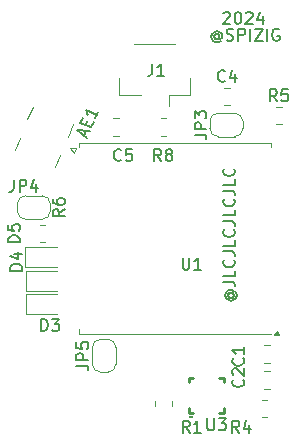
<source format=gbr>
%TF.GenerationSoftware,KiCad,Pcbnew,8.0.1*%
%TF.CreationDate,2024-04-01T21:43:51+02:00*%
%TF.ProjectId,SenseLoraCAM,53656e73-654c-46f7-9261-43414d2e6b69,rev?*%
%TF.SameCoordinates,Original*%
%TF.FileFunction,Legend,Top*%
%TF.FilePolarity,Positive*%
%FSLAX46Y46*%
G04 Gerber Fmt 4.6, Leading zero omitted, Abs format (unit mm)*
G04 Created by KiCad (PCBNEW 8.0.1) date 2024-04-01 21:43:51*
%MOMM*%
%LPD*%
G01*
G04 APERTURE LIST*
%ADD10C,0.150000*%
%ADD11C,0.120000*%
%ADD12C,0.254000*%
G04 APERTURE END LIST*
D10*
X114793628Y-86044173D02*
X114746009Y-86091792D01*
X114746009Y-86091792D02*
X114698390Y-86187030D01*
X114698390Y-86187030D02*
X114698390Y-86282268D01*
X114698390Y-86282268D02*
X114746009Y-86377506D01*
X114746009Y-86377506D02*
X114793628Y-86425125D01*
X114793628Y-86425125D02*
X114888866Y-86472744D01*
X114888866Y-86472744D02*
X114984104Y-86472744D01*
X114984104Y-86472744D02*
X115079342Y-86425125D01*
X115079342Y-86425125D02*
X115126961Y-86377506D01*
X115126961Y-86377506D02*
X115174580Y-86282268D01*
X115174580Y-86282268D02*
X115174580Y-86187030D01*
X115174580Y-86187030D02*
X115126961Y-86091792D01*
X115126961Y-86091792D02*
X115079342Y-86044173D01*
X114698390Y-86044173D02*
X115079342Y-86044173D01*
X115079342Y-86044173D02*
X115126961Y-85996554D01*
X115126961Y-85996554D02*
X115126961Y-85948935D01*
X115126961Y-85948935D02*
X115079342Y-85853696D01*
X115079342Y-85853696D02*
X114984104Y-85806077D01*
X114984104Y-85806077D02*
X114746009Y-85806077D01*
X114746009Y-85806077D02*
X114603152Y-85901316D01*
X114603152Y-85901316D02*
X114507914Y-86044173D01*
X114507914Y-86044173D02*
X114460295Y-86234649D01*
X114460295Y-86234649D02*
X114507914Y-86425125D01*
X114507914Y-86425125D02*
X114603152Y-86567982D01*
X114603152Y-86567982D02*
X114746009Y-86663220D01*
X114746009Y-86663220D02*
X114936485Y-86710839D01*
X114936485Y-86710839D02*
X115126961Y-86663220D01*
X115126961Y-86663220D02*
X115269819Y-86567982D01*
X115269819Y-86567982D02*
X115365057Y-86425125D01*
X115365057Y-86425125D02*
X115412676Y-86234649D01*
X115412676Y-86234649D02*
X115365057Y-86044173D01*
X115365057Y-86044173D02*
X115269819Y-85901316D01*
X114269819Y-85091792D02*
X114984104Y-85091792D01*
X114984104Y-85091792D02*
X115126961Y-85139411D01*
X115126961Y-85139411D02*
X115222200Y-85234649D01*
X115222200Y-85234649D02*
X115269819Y-85377506D01*
X115269819Y-85377506D02*
X115269819Y-85472744D01*
X115269819Y-84139411D02*
X115269819Y-84615601D01*
X115269819Y-84615601D02*
X114269819Y-84615601D01*
X115174580Y-83234649D02*
X115222200Y-83282268D01*
X115222200Y-83282268D02*
X115269819Y-83425125D01*
X115269819Y-83425125D02*
X115269819Y-83520363D01*
X115269819Y-83520363D02*
X115222200Y-83663220D01*
X115222200Y-83663220D02*
X115126961Y-83758458D01*
X115126961Y-83758458D02*
X115031723Y-83806077D01*
X115031723Y-83806077D02*
X114841247Y-83853696D01*
X114841247Y-83853696D02*
X114698390Y-83853696D01*
X114698390Y-83853696D02*
X114507914Y-83806077D01*
X114507914Y-83806077D02*
X114412676Y-83758458D01*
X114412676Y-83758458D02*
X114317438Y-83663220D01*
X114317438Y-83663220D02*
X114269819Y-83520363D01*
X114269819Y-83520363D02*
X114269819Y-83425125D01*
X114269819Y-83425125D02*
X114317438Y-83282268D01*
X114317438Y-83282268D02*
X114365057Y-83234649D01*
X114269819Y-82520363D02*
X114984104Y-82520363D01*
X114984104Y-82520363D02*
X115126961Y-82567982D01*
X115126961Y-82567982D02*
X115222200Y-82663220D01*
X115222200Y-82663220D02*
X115269819Y-82806077D01*
X115269819Y-82806077D02*
X115269819Y-82901315D01*
X115269819Y-81567982D02*
X115269819Y-82044172D01*
X115269819Y-82044172D02*
X114269819Y-82044172D01*
X115174580Y-80663220D02*
X115222200Y-80710839D01*
X115222200Y-80710839D02*
X115269819Y-80853696D01*
X115269819Y-80853696D02*
X115269819Y-80948934D01*
X115269819Y-80948934D02*
X115222200Y-81091791D01*
X115222200Y-81091791D02*
X115126961Y-81187029D01*
X115126961Y-81187029D02*
X115031723Y-81234648D01*
X115031723Y-81234648D02*
X114841247Y-81282267D01*
X114841247Y-81282267D02*
X114698390Y-81282267D01*
X114698390Y-81282267D02*
X114507914Y-81234648D01*
X114507914Y-81234648D02*
X114412676Y-81187029D01*
X114412676Y-81187029D02*
X114317438Y-81091791D01*
X114317438Y-81091791D02*
X114269819Y-80948934D01*
X114269819Y-80948934D02*
X114269819Y-80853696D01*
X114269819Y-80853696D02*
X114317438Y-80710839D01*
X114317438Y-80710839D02*
X114365057Y-80663220D01*
X114269819Y-79948934D02*
X114984104Y-79948934D01*
X114984104Y-79948934D02*
X115126961Y-79996553D01*
X115126961Y-79996553D02*
X115222200Y-80091791D01*
X115222200Y-80091791D02*
X115269819Y-80234648D01*
X115269819Y-80234648D02*
X115269819Y-80329886D01*
X115269819Y-78996553D02*
X115269819Y-79472743D01*
X115269819Y-79472743D02*
X114269819Y-79472743D01*
X115174580Y-78091791D02*
X115222200Y-78139410D01*
X115222200Y-78139410D02*
X115269819Y-78282267D01*
X115269819Y-78282267D02*
X115269819Y-78377505D01*
X115269819Y-78377505D02*
X115222200Y-78520362D01*
X115222200Y-78520362D02*
X115126961Y-78615600D01*
X115126961Y-78615600D02*
X115031723Y-78663219D01*
X115031723Y-78663219D02*
X114841247Y-78710838D01*
X114841247Y-78710838D02*
X114698390Y-78710838D01*
X114698390Y-78710838D02*
X114507914Y-78663219D01*
X114507914Y-78663219D02*
X114412676Y-78615600D01*
X114412676Y-78615600D02*
X114317438Y-78520362D01*
X114317438Y-78520362D02*
X114269819Y-78377505D01*
X114269819Y-78377505D02*
X114269819Y-78282267D01*
X114269819Y-78282267D02*
X114317438Y-78139410D01*
X114317438Y-78139410D02*
X114365057Y-78091791D01*
X114269819Y-77377505D02*
X114984104Y-77377505D01*
X114984104Y-77377505D02*
X115126961Y-77425124D01*
X115126961Y-77425124D02*
X115222200Y-77520362D01*
X115222200Y-77520362D02*
X115269819Y-77663219D01*
X115269819Y-77663219D02*
X115269819Y-77758457D01*
X115269819Y-76425124D02*
X115269819Y-76901314D01*
X115269819Y-76901314D02*
X114269819Y-76901314D01*
X115174580Y-75520362D02*
X115222200Y-75567981D01*
X115222200Y-75567981D02*
X115269819Y-75710838D01*
X115269819Y-75710838D02*
X115269819Y-75806076D01*
X115269819Y-75806076D02*
X115222200Y-75948933D01*
X115222200Y-75948933D02*
X115126961Y-76044171D01*
X115126961Y-76044171D02*
X115031723Y-76091790D01*
X115031723Y-76091790D02*
X114841247Y-76139409D01*
X114841247Y-76139409D02*
X114698390Y-76139409D01*
X114698390Y-76139409D02*
X114507914Y-76091790D01*
X114507914Y-76091790D02*
X114412676Y-76044171D01*
X114412676Y-76044171D02*
X114317438Y-75948933D01*
X114317438Y-75948933D02*
X114269819Y-75806076D01*
X114269819Y-75806076D02*
X114269819Y-75710838D01*
X114269819Y-75710838D02*
X114317438Y-75567981D01*
X114317438Y-75567981D02*
X114365057Y-75520362D01*
X113955826Y-64193628D02*
X113908207Y-64146009D01*
X113908207Y-64146009D02*
X113812969Y-64098390D01*
X113812969Y-64098390D02*
X113717731Y-64098390D01*
X113717731Y-64098390D02*
X113622493Y-64146009D01*
X113622493Y-64146009D02*
X113574874Y-64193628D01*
X113574874Y-64193628D02*
X113527255Y-64288866D01*
X113527255Y-64288866D02*
X113527255Y-64384104D01*
X113527255Y-64384104D02*
X113574874Y-64479342D01*
X113574874Y-64479342D02*
X113622493Y-64526961D01*
X113622493Y-64526961D02*
X113717731Y-64574580D01*
X113717731Y-64574580D02*
X113812969Y-64574580D01*
X113812969Y-64574580D02*
X113908207Y-64526961D01*
X113908207Y-64526961D02*
X113955826Y-64479342D01*
X113955826Y-64098390D02*
X113955826Y-64479342D01*
X113955826Y-64479342D02*
X114003445Y-64526961D01*
X114003445Y-64526961D02*
X114051064Y-64526961D01*
X114051064Y-64526961D02*
X114146303Y-64479342D01*
X114146303Y-64479342D02*
X114193922Y-64384104D01*
X114193922Y-64384104D02*
X114193922Y-64146009D01*
X114193922Y-64146009D02*
X114098684Y-64003152D01*
X114098684Y-64003152D02*
X113955826Y-63907914D01*
X113955826Y-63907914D02*
X113765350Y-63860295D01*
X113765350Y-63860295D02*
X113574874Y-63907914D01*
X113574874Y-63907914D02*
X113432017Y-64003152D01*
X113432017Y-64003152D02*
X113336779Y-64146009D01*
X113336779Y-64146009D02*
X113289160Y-64336485D01*
X113289160Y-64336485D02*
X113336779Y-64526961D01*
X113336779Y-64526961D02*
X113432017Y-64669819D01*
X113432017Y-64669819D02*
X113574874Y-64765057D01*
X113574874Y-64765057D02*
X113765350Y-64812676D01*
X113765350Y-64812676D02*
X113955826Y-64765057D01*
X113955826Y-64765057D02*
X114098684Y-64669819D01*
X114574874Y-64622200D02*
X114717731Y-64669819D01*
X114717731Y-64669819D02*
X114955826Y-64669819D01*
X114955826Y-64669819D02*
X115051064Y-64622200D01*
X115051064Y-64622200D02*
X115098683Y-64574580D01*
X115098683Y-64574580D02*
X115146302Y-64479342D01*
X115146302Y-64479342D02*
X115146302Y-64384104D01*
X115146302Y-64384104D02*
X115098683Y-64288866D01*
X115098683Y-64288866D02*
X115051064Y-64241247D01*
X115051064Y-64241247D02*
X114955826Y-64193628D01*
X114955826Y-64193628D02*
X114765350Y-64146009D01*
X114765350Y-64146009D02*
X114670112Y-64098390D01*
X114670112Y-64098390D02*
X114622493Y-64050771D01*
X114622493Y-64050771D02*
X114574874Y-63955533D01*
X114574874Y-63955533D02*
X114574874Y-63860295D01*
X114574874Y-63860295D02*
X114622493Y-63765057D01*
X114622493Y-63765057D02*
X114670112Y-63717438D01*
X114670112Y-63717438D02*
X114765350Y-63669819D01*
X114765350Y-63669819D02*
X115003445Y-63669819D01*
X115003445Y-63669819D02*
X115146302Y-63717438D01*
X115574874Y-64669819D02*
X115574874Y-63669819D01*
X115574874Y-63669819D02*
X115955826Y-63669819D01*
X115955826Y-63669819D02*
X116051064Y-63717438D01*
X116051064Y-63717438D02*
X116098683Y-63765057D01*
X116098683Y-63765057D02*
X116146302Y-63860295D01*
X116146302Y-63860295D02*
X116146302Y-64003152D01*
X116146302Y-64003152D02*
X116098683Y-64098390D01*
X116098683Y-64098390D02*
X116051064Y-64146009D01*
X116051064Y-64146009D02*
X115955826Y-64193628D01*
X115955826Y-64193628D02*
X115574874Y-64193628D01*
X116574874Y-64669819D02*
X116574874Y-63669819D01*
X116955826Y-63669819D02*
X117622492Y-63669819D01*
X117622492Y-63669819D02*
X116955826Y-64669819D01*
X116955826Y-64669819D02*
X117622492Y-64669819D01*
X118003445Y-64669819D02*
X118003445Y-63669819D01*
X119003444Y-63717438D02*
X118908206Y-63669819D01*
X118908206Y-63669819D02*
X118765349Y-63669819D01*
X118765349Y-63669819D02*
X118622492Y-63717438D01*
X118622492Y-63717438D02*
X118527254Y-63812676D01*
X118527254Y-63812676D02*
X118479635Y-63907914D01*
X118479635Y-63907914D02*
X118432016Y-64098390D01*
X118432016Y-64098390D02*
X118432016Y-64241247D01*
X118432016Y-64241247D02*
X118479635Y-64431723D01*
X118479635Y-64431723D02*
X118527254Y-64526961D01*
X118527254Y-64526961D02*
X118622492Y-64622200D01*
X118622492Y-64622200D02*
X118765349Y-64669819D01*
X118765349Y-64669819D02*
X118860587Y-64669819D01*
X118860587Y-64669819D02*
X119003444Y-64622200D01*
X119003444Y-64622200D02*
X119051063Y-64574580D01*
X119051063Y-64574580D02*
X119051063Y-64241247D01*
X119051063Y-64241247D02*
X118860587Y-64241247D01*
X114289160Y-62365057D02*
X114336779Y-62317438D01*
X114336779Y-62317438D02*
X114432017Y-62269819D01*
X114432017Y-62269819D02*
X114670112Y-62269819D01*
X114670112Y-62269819D02*
X114765350Y-62317438D01*
X114765350Y-62317438D02*
X114812969Y-62365057D01*
X114812969Y-62365057D02*
X114860588Y-62460295D01*
X114860588Y-62460295D02*
X114860588Y-62555533D01*
X114860588Y-62555533D02*
X114812969Y-62698390D01*
X114812969Y-62698390D02*
X114241541Y-63269819D01*
X114241541Y-63269819D02*
X114860588Y-63269819D01*
X115479636Y-62269819D02*
X115574874Y-62269819D01*
X115574874Y-62269819D02*
X115670112Y-62317438D01*
X115670112Y-62317438D02*
X115717731Y-62365057D01*
X115717731Y-62365057D02*
X115765350Y-62460295D01*
X115765350Y-62460295D02*
X115812969Y-62650771D01*
X115812969Y-62650771D02*
X115812969Y-62888866D01*
X115812969Y-62888866D02*
X115765350Y-63079342D01*
X115765350Y-63079342D02*
X115717731Y-63174580D01*
X115717731Y-63174580D02*
X115670112Y-63222200D01*
X115670112Y-63222200D02*
X115574874Y-63269819D01*
X115574874Y-63269819D02*
X115479636Y-63269819D01*
X115479636Y-63269819D02*
X115384398Y-63222200D01*
X115384398Y-63222200D02*
X115336779Y-63174580D01*
X115336779Y-63174580D02*
X115289160Y-63079342D01*
X115289160Y-63079342D02*
X115241541Y-62888866D01*
X115241541Y-62888866D02*
X115241541Y-62650771D01*
X115241541Y-62650771D02*
X115289160Y-62460295D01*
X115289160Y-62460295D02*
X115336779Y-62365057D01*
X115336779Y-62365057D02*
X115384398Y-62317438D01*
X115384398Y-62317438D02*
X115479636Y-62269819D01*
X116193922Y-62365057D02*
X116241541Y-62317438D01*
X116241541Y-62317438D02*
X116336779Y-62269819D01*
X116336779Y-62269819D02*
X116574874Y-62269819D01*
X116574874Y-62269819D02*
X116670112Y-62317438D01*
X116670112Y-62317438D02*
X116717731Y-62365057D01*
X116717731Y-62365057D02*
X116765350Y-62460295D01*
X116765350Y-62460295D02*
X116765350Y-62555533D01*
X116765350Y-62555533D02*
X116717731Y-62698390D01*
X116717731Y-62698390D02*
X116146303Y-63269819D01*
X116146303Y-63269819D02*
X116765350Y-63269819D01*
X117622493Y-62603152D02*
X117622493Y-63269819D01*
X117384398Y-62222200D02*
X117146303Y-62936485D01*
X117146303Y-62936485D02*
X117765350Y-62936485D01*
X97054819Y-81738094D02*
X96054819Y-81738094D01*
X96054819Y-81738094D02*
X96054819Y-81499999D01*
X96054819Y-81499999D02*
X96102438Y-81357142D01*
X96102438Y-81357142D02*
X96197676Y-81261904D01*
X96197676Y-81261904D02*
X96292914Y-81214285D01*
X96292914Y-81214285D02*
X96483390Y-81166666D01*
X96483390Y-81166666D02*
X96626247Y-81166666D01*
X96626247Y-81166666D02*
X96816723Y-81214285D01*
X96816723Y-81214285D02*
X96911961Y-81261904D01*
X96911961Y-81261904D02*
X97007200Y-81357142D01*
X97007200Y-81357142D02*
X97054819Y-81499999D01*
X97054819Y-81499999D02*
X97054819Y-81738094D01*
X96054819Y-80261904D02*
X96054819Y-80738094D01*
X96054819Y-80738094D02*
X96531009Y-80785713D01*
X96531009Y-80785713D02*
X96483390Y-80738094D01*
X96483390Y-80738094D02*
X96435771Y-80642856D01*
X96435771Y-80642856D02*
X96435771Y-80404761D01*
X96435771Y-80404761D02*
X96483390Y-80309523D01*
X96483390Y-80309523D02*
X96531009Y-80261904D01*
X96531009Y-80261904D02*
X96626247Y-80214285D01*
X96626247Y-80214285D02*
X96864342Y-80214285D01*
X96864342Y-80214285D02*
X96959580Y-80261904D01*
X96959580Y-80261904D02*
X97007200Y-80309523D01*
X97007200Y-80309523D02*
X97054819Y-80404761D01*
X97054819Y-80404761D02*
X97054819Y-80642856D01*
X97054819Y-80642856D02*
X97007200Y-80738094D01*
X97007200Y-80738094D02*
X96959580Y-80785713D01*
X102499808Y-72739996D02*
X102685871Y-72301661D01*
X102725597Y-72939301D02*
X101935336Y-72241735D01*
X101935336Y-72241735D02*
X102986085Y-72325631D01*
X102634159Y-71814127D02*
X102764403Y-71507292D01*
X103302391Y-71580460D02*
X103116328Y-72018796D01*
X103116328Y-72018796D02*
X102195823Y-71628065D01*
X102195823Y-71628065D02*
X102381886Y-71189729D01*
X103674516Y-70703789D02*
X103451241Y-71229792D01*
X103562878Y-70966790D02*
X102642373Y-70576059D01*
X102642373Y-70576059D02*
X102736662Y-70719545D01*
X102736662Y-70719545D02*
X102787116Y-70844425D01*
X102787116Y-70844425D02*
X102793737Y-70950698D01*
X115959580Y-93366666D02*
X116007200Y-93414285D01*
X116007200Y-93414285D02*
X116054819Y-93557142D01*
X116054819Y-93557142D02*
X116054819Y-93652380D01*
X116054819Y-93652380D02*
X116007200Y-93795237D01*
X116007200Y-93795237D02*
X115911961Y-93890475D01*
X115911961Y-93890475D02*
X115816723Y-93938094D01*
X115816723Y-93938094D02*
X115626247Y-93985713D01*
X115626247Y-93985713D02*
X115483390Y-93985713D01*
X115483390Y-93985713D02*
X115292914Y-93938094D01*
X115292914Y-93938094D02*
X115197676Y-93890475D01*
X115197676Y-93890475D02*
X115102438Y-93795237D01*
X115102438Y-93795237D02*
X115054819Y-93652380D01*
X115054819Y-93652380D02*
X115054819Y-93557142D01*
X115054819Y-93557142D02*
X115102438Y-93414285D01*
X115102438Y-93414285D02*
X115150057Y-93366666D01*
X115150057Y-92985713D02*
X115102438Y-92938094D01*
X115102438Y-92938094D02*
X115054819Y-92842856D01*
X115054819Y-92842856D02*
X115054819Y-92604761D01*
X115054819Y-92604761D02*
X115102438Y-92509523D01*
X115102438Y-92509523D02*
X115150057Y-92461904D01*
X115150057Y-92461904D02*
X115245295Y-92414285D01*
X115245295Y-92414285D02*
X115340533Y-92414285D01*
X115340533Y-92414285D02*
X115483390Y-92461904D01*
X115483390Y-92461904D02*
X116054819Y-93033332D01*
X116054819Y-93033332D02*
X116054819Y-92414285D01*
X108266666Y-66654819D02*
X108266666Y-67369104D01*
X108266666Y-67369104D02*
X108219047Y-67511961D01*
X108219047Y-67511961D02*
X108123809Y-67607200D01*
X108123809Y-67607200D02*
X107980952Y-67654819D01*
X107980952Y-67654819D02*
X107885714Y-67654819D01*
X109266666Y-67654819D02*
X108695238Y-67654819D01*
X108980952Y-67654819D02*
X108980952Y-66654819D01*
X108980952Y-66654819D02*
X108885714Y-66797676D01*
X108885714Y-66797676D02*
X108790476Y-66892914D01*
X108790476Y-66892914D02*
X108695238Y-66940533D01*
X97254819Y-84138094D02*
X96254819Y-84138094D01*
X96254819Y-84138094D02*
X96254819Y-83899999D01*
X96254819Y-83899999D02*
X96302438Y-83757142D01*
X96302438Y-83757142D02*
X96397676Y-83661904D01*
X96397676Y-83661904D02*
X96492914Y-83614285D01*
X96492914Y-83614285D02*
X96683390Y-83566666D01*
X96683390Y-83566666D02*
X96826247Y-83566666D01*
X96826247Y-83566666D02*
X97016723Y-83614285D01*
X97016723Y-83614285D02*
X97111961Y-83661904D01*
X97111961Y-83661904D02*
X97207200Y-83757142D01*
X97207200Y-83757142D02*
X97254819Y-83899999D01*
X97254819Y-83899999D02*
X97254819Y-84138094D01*
X96588152Y-82709523D02*
X97254819Y-82709523D01*
X96207200Y-82947618D02*
X96921485Y-83185713D01*
X96921485Y-83185713D02*
X96921485Y-82566666D01*
X96566666Y-76454819D02*
X96566666Y-77169104D01*
X96566666Y-77169104D02*
X96519047Y-77311961D01*
X96519047Y-77311961D02*
X96423809Y-77407200D01*
X96423809Y-77407200D02*
X96280952Y-77454819D01*
X96280952Y-77454819D02*
X96185714Y-77454819D01*
X97042857Y-77454819D02*
X97042857Y-76454819D01*
X97042857Y-76454819D02*
X97423809Y-76454819D01*
X97423809Y-76454819D02*
X97519047Y-76502438D01*
X97519047Y-76502438D02*
X97566666Y-76550057D01*
X97566666Y-76550057D02*
X97614285Y-76645295D01*
X97614285Y-76645295D02*
X97614285Y-76788152D01*
X97614285Y-76788152D02*
X97566666Y-76883390D01*
X97566666Y-76883390D02*
X97519047Y-76931009D01*
X97519047Y-76931009D02*
X97423809Y-76978628D01*
X97423809Y-76978628D02*
X97042857Y-76978628D01*
X98471428Y-76788152D02*
X98471428Y-77454819D01*
X98233333Y-76407200D02*
X97995238Y-77121485D01*
X97995238Y-77121485D02*
X98614285Y-77121485D01*
X118833333Y-69804819D02*
X118500000Y-69328628D01*
X118261905Y-69804819D02*
X118261905Y-68804819D01*
X118261905Y-68804819D02*
X118642857Y-68804819D01*
X118642857Y-68804819D02*
X118738095Y-68852438D01*
X118738095Y-68852438D02*
X118785714Y-68900057D01*
X118785714Y-68900057D02*
X118833333Y-68995295D01*
X118833333Y-68995295D02*
X118833333Y-69138152D01*
X118833333Y-69138152D02*
X118785714Y-69233390D01*
X118785714Y-69233390D02*
X118738095Y-69281009D01*
X118738095Y-69281009D02*
X118642857Y-69328628D01*
X118642857Y-69328628D02*
X118261905Y-69328628D01*
X119738095Y-68804819D02*
X119261905Y-68804819D01*
X119261905Y-68804819D02*
X119214286Y-69281009D01*
X119214286Y-69281009D02*
X119261905Y-69233390D01*
X119261905Y-69233390D02*
X119357143Y-69185771D01*
X119357143Y-69185771D02*
X119595238Y-69185771D01*
X119595238Y-69185771D02*
X119690476Y-69233390D01*
X119690476Y-69233390D02*
X119738095Y-69281009D01*
X119738095Y-69281009D02*
X119785714Y-69376247D01*
X119785714Y-69376247D02*
X119785714Y-69614342D01*
X119785714Y-69614342D02*
X119738095Y-69709580D01*
X119738095Y-69709580D02*
X119690476Y-69757200D01*
X119690476Y-69757200D02*
X119595238Y-69804819D01*
X119595238Y-69804819D02*
X119357143Y-69804819D01*
X119357143Y-69804819D02*
X119261905Y-69757200D01*
X119261905Y-69757200D02*
X119214286Y-69709580D01*
X111433333Y-97854819D02*
X111100000Y-97378628D01*
X110861905Y-97854819D02*
X110861905Y-96854819D01*
X110861905Y-96854819D02*
X111242857Y-96854819D01*
X111242857Y-96854819D02*
X111338095Y-96902438D01*
X111338095Y-96902438D02*
X111385714Y-96950057D01*
X111385714Y-96950057D02*
X111433333Y-97045295D01*
X111433333Y-97045295D02*
X111433333Y-97188152D01*
X111433333Y-97188152D02*
X111385714Y-97283390D01*
X111385714Y-97283390D02*
X111338095Y-97331009D01*
X111338095Y-97331009D02*
X111242857Y-97378628D01*
X111242857Y-97378628D02*
X110861905Y-97378628D01*
X112385714Y-97854819D02*
X111814286Y-97854819D01*
X112100000Y-97854819D02*
X112100000Y-96854819D01*
X112100000Y-96854819D02*
X112004762Y-96997676D01*
X112004762Y-96997676D02*
X111909524Y-97092914D01*
X111909524Y-97092914D02*
X111814286Y-97140533D01*
X115959580Y-91566666D02*
X116007200Y-91614285D01*
X116007200Y-91614285D02*
X116054819Y-91757142D01*
X116054819Y-91757142D02*
X116054819Y-91852380D01*
X116054819Y-91852380D02*
X116007200Y-91995237D01*
X116007200Y-91995237D02*
X115911961Y-92090475D01*
X115911961Y-92090475D02*
X115816723Y-92138094D01*
X115816723Y-92138094D02*
X115626247Y-92185713D01*
X115626247Y-92185713D02*
X115483390Y-92185713D01*
X115483390Y-92185713D02*
X115292914Y-92138094D01*
X115292914Y-92138094D02*
X115197676Y-92090475D01*
X115197676Y-92090475D02*
X115102438Y-91995237D01*
X115102438Y-91995237D02*
X115054819Y-91852380D01*
X115054819Y-91852380D02*
X115054819Y-91757142D01*
X115054819Y-91757142D02*
X115102438Y-91614285D01*
X115102438Y-91614285D02*
X115150057Y-91566666D01*
X116054819Y-90614285D02*
X116054819Y-91185713D01*
X116054819Y-90899999D02*
X115054819Y-90899999D01*
X115054819Y-90899999D02*
X115197676Y-90995237D01*
X115197676Y-90995237D02*
X115292914Y-91090475D01*
X115292914Y-91090475D02*
X115340533Y-91185713D01*
X109033333Y-74854819D02*
X108700000Y-74378628D01*
X108461905Y-74854819D02*
X108461905Y-73854819D01*
X108461905Y-73854819D02*
X108842857Y-73854819D01*
X108842857Y-73854819D02*
X108938095Y-73902438D01*
X108938095Y-73902438D02*
X108985714Y-73950057D01*
X108985714Y-73950057D02*
X109033333Y-74045295D01*
X109033333Y-74045295D02*
X109033333Y-74188152D01*
X109033333Y-74188152D02*
X108985714Y-74283390D01*
X108985714Y-74283390D02*
X108938095Y-74331009D01*
X108938095Y-74331009D02*
X108842857Y-74378628D01*
X108842857Y-74378628D02*
X108461905Y-74378628D01*
X109604762Y-74283390D02*
X109509524Y-74235771D01*
X109509524Y-74235771D02*
X109461905Y-74188152D01*
X109461905Y-74188152D02*
X109414286Y-74092914D01*
X109414286Y-74092914D02*
X109414286Y-74045295D01*
X109414286Y-74045295D02*
X109461905Y-73950057D01*
X109461905Y-73950057D02*
X109509524Y-73902438D01*
X109509524Y-73902438D02*
X109604762Y-73854819D01*
X109604762Y-73854819D02*
X109795238Y-73854819D01*
X109795238Y-73854819D02*
X109890476Y-73902438D01*
X109890476Y-73902438D02*
X109938095Y-73950057D01*
X109938095Y-73950057D02*
X109985714Y-74045295D01*
X109985714Y-74045295D02*
X109985714Y-74092914D01*
X109985714Y-74092914D02*
X109938095Y-74188152D01*
X109938095Y-74188152D02*
X109890476Y-74235771D01*
X109890476Y-74235771D02*
X109795238Y-74283390D01*
X109795238Y-74283390D02*
X109604762Y-74283390D01*
X109604762Y-74283390D02*
X109509524Y-74331009D01*
X109509524Y-74331009D02*
X109461905Y-74378628D01*
X109461905Y-74378628D02*
X109414286Y-74473866D01*
X109414286Y-74473866D02*
X109414286Y-74664342D01*
X109414286Y-74664342D02*
X109461905Y-74759580D01*
X109461905Y-74759580D02*
X109509524Y-74807200D01*
X109509524Y-74807200D02*
X109604762Y-74854819D01*
X109604762Y-74854819D02*
X109795238Y-74854819D01*
X109795238Y-74854819D02*
X109890476Y-74807200D01*
X109890476Y-74807200D02*
X109938095Y-74759580D01*
X109938095Y-74759580D02*
X109985714Y-74664342D01*
X109985714Y-74664342D02*
X109985714Y-74473866D01*
X109985714Y-74473866D02*
X109938095Y-74378628D01*
X109938095Y-74378628D02*
X109890476Y-74331009D01*
X109890476Y-74331009D02*
X109795238Y-74283390D01*
X98861905Y-89254819D02*
X98861905Y-88254819D01*
X98861905Y-88254819D02*
X99100000Y-88254819D01*
X99100000Y-88254819D02*
X99242857Y-88302438D01*
X99242857Y-88302438D02*
X99338095Y-88397676D01*
X99338095Y-88397676D02*
X99385714Y-88492914D01*
X99385714Y-88492914D02*
X99433333Y-88683390D01*
X99433333Y-88683390D02*
X99433333Y-88826247D01*
X99433333Y-88826247D02*
X99385714Y-89016723D01*
X99385714Y-89016723D02*
X99338095Y-89111961D01*
X99338095Y-89111961D02*
X99242857Y-89207200D01*
X99242857Y-89207200D02*
X99100000Y-89254819D01*
X99100000Y-89254819D02*
X98861905Y-89254819D01*
X99766667Y-88254819D02*
X100385714Y-88254819D01*
X100385714Y-88254819D02*
X100052381Y-88635771D01*
X100052381Y-88635771D02*
X100195238Y-88635771D01*
X100195238Y-88635771D02*
X100290476Y-88683390D01*
X100290476Y-88683390D02*
X100338095Y-88731009D01*
X100338095Y-88731009D02*
X100385714Y-88826247D01*
X100385714Y-88826247D02*
X100385714Y-89064342D01*
X100385714Y-89064342D02*
X100338095Y-89159580D01*
X100338095Y-89159580D02*
X100290476Y-89207200D01*
X100290476Y-89207200D02*
X100195238Y-89254819D01*
X100195238Y-89254819D02*
X99909524Y-89254819D01*
X99909524Y-89254819D02*
X99814286Y-89207200D01*
X99814286Y-89207200D02*
X99766667Y-89159580D01*
X114433333Y-68079580D02*
X114385714Y-68127200D01*
X114385714Y-68127200D02*
X114242857Y-68174819D01*
X114242857Y-68174819D02*
X114147619Y-68174819D01*
X114147619Y-68174819D02*
X114004762Y-68127200D01*
X114004762Y-68127200D02*
X113909524Y-68031961D01*
X113909524Y-68031961D02*
X113861905Y-67936723D01*
X113861905Y-67936723D02*
X113814286Y-67746247D01*
X113814286Y-67746247D02*
X113814286Y-67603390D01*
X113814286Y-67603390D02*
X113861905Y-67412914D01*
X113861905Y-67412914D02*
X113909524Y-67317676D01*
X113909524Y-67317676D02*
X114004762Y-67222438D01*
X114004762Y-67222438D02*
X114147619Y-67174819D01*
X114147619Y-67174819D02*
X114242857Y-67174819D01*
X114242857Y-67174819D02*
X114385714Y-67222438D01*
X114385714Y-67222438D02*
X114433333Y-67270057D01*
X115290476Y-67508152D02*
X115290476Y-68174819D01*
X115052381Y-67127200D02*
X114814286Y-67841485D01*
X114814286Y-67841485D02*
X115433333Y-67841485D01*
X115633333Y-97854819D02*
X115300000Y-97378628D01*
X115061905Y-97854819D02*
X115061905Y-96854819D01*
X115061905Y-96854819D02*
X115442857Y-96854819D01*
X115442857Y-96854819D02*
X115538095Y-96902438D01*
X115538095Y-96902438D02*
X115585714Y-96950057D01*
X115585714Y-96950057D02*
X115633333Y-97045295D01*
X115633333Y-97045295D02*
X115633333Y-97188152D01*
X115633333Y-97188152D02*
X115585714Y-97283390D01*
X115585714Y-97283390D02*
X115538095Y-97331009D01*
X115538095Y-97331009D02*
X115442857Y-97378628D01*
X115442857Y-97378628D02*
X115061905Y-97378628D01*
X116490476Y-97188152D02*
X116490476Y-97854819D01*
X116252381Y-96807200D02*
X116014286Y-97521485D01*
X116014286Y-97521485D02*
X116633333Y-97521485D01*
X105633333Y-74759580D02*
X105585714Y-74807200D01*
X105585714Y-74807200D02*
X105442857Y-74854819D01*
X105442857Y-74854819D02*
X105347619Y-74854819D01*
X105347619Y-74854819D02*
X105204762Y-74807200D01*
X105204762Y-74807200D02*
X105109524Y-74711961D01*
X105109524Y-74711961D02*
X105061905Y-74616723D01*
X105061905Y-74616723D02*
X105014286Y-74426247D01*
X105014286Y-74426247D02*
X105014286Y-74283390D01*
X105014286Y-74283390D02*
X105061905Y-74092914D01*
X105061905Y-74092914D02*
X105109524Y-73997676D01*
X105109524Y-73997676D02*
X105204762Y-73902438D01*
X105204762Y-73902438D02*
X105347619Y-73854819D01*
X105347619Y-73854819D02*
X105442857Y-73854819D01*
X105442857Y-73854819D02*
X105585714Y-73902438D01*
X105585714Y-73902438D02*
X105633333Y-73950057D01*
X106538095Y-73854819D02*
X106061905Y-73854819D01*
X106061905Y-73854819D02*
X106014286Y-74331009D01*
X106014286Y-74331009D02*
X106061905Y-74283390D01*
X106061905Y-74283390D02*
X106157143Y-74235771D01*
X106157143Y-74235771D02*
X106395238Y-74235771D01*
X106395238Y-74235771D02*
X106490476Y-74283390D01*
X106490476Y-74283390D02*
X106538095Y-74331009D01*
X106538095Y-74331009D02*
X106585714Y-74426247D01*
X106585714Y-74426247D02*
X106585714Y-74664342D01*
X106585714Y-74664342D02*
X106538095Y-74759580D01*
X106538095Y-74759580D02*
X106490476Y-74807200D01*
X106490476Y-74807200D02*
X106395238Y-74854819D01*
X106395238Y-74854819D02*
X106157143Y-74854819D01*
X106157143Y-74854819D02*
X106061905Y-74807200D01*
X106061905Y-74807200D02*
X106014286Y-74759580D01*
X100854819Y-78966666D02*
X100378628Y-79299999D01*
X100854819Y-79538094D02*
X99854819Y-79538094D01*
X99854819Y-79538094D02*
X99854819Y-79157142D01*
X99854819Y-79157142D02*
X99902438Y-79061904D01*
X99902438Y-79061904D02*
X99950057Y-79014285D01*
X99950057Y-79014285D02*
X100045295Y-78966666D01*
X100045295Y-78966666D02*
X100188152Y-78966666D01*
X100188152Y-78966666D02*
X100283390Y-79014285D01*
X100283390Y-79014285D02*
X100331009Y-79061904D01*
X100331009Y-79061904D02*
X100378628Y-79157142D01*
X100378628Y-79157142D02*
X100378628Y-79538094D01*
X99854819Y-78109523D02*
X99854819Y-78299999D01*
X99854819Y-78299999D02*
X99902438Y-78395237D01*
X99902438Y-78395237D02*
X99950057Y-78442856D01*
X99950057Y-78442856D02*
X100092914Y-78538094D01*
X100092914Y-78538094D02*
X100283390Y-78585713D01*
X100283390Y-78585713D02*
X100664342Y-78585713D01*
X100664342Y-78585713D02*
X100759580Y-78538094D01*
X100759580Y-78538094D02*
X100807200Y-78490475D01*
X100807200Y-78490475D02*
X100854819Y-78395237D01*
X100854819Y-78395237D02*
X100854819Y-78204761D01*
X100854819Y-78204761D02*
X100807200Y-78109523D01*
X100807200Y-78109523D02*
X100759580Y-78061904D01*
X100759580Y-78061904D02*
X100664342Y-78014285D01*
X100664342Y-78014285D02*
X100426247Y-78014285D01*
X100426247Y-78014285D02*
X100331009Y-78061904D01*
X100331009Y-78061904D02*
X100283390Y-78109523D01*
X100283390Y-78109523D02*
X100235771Y-78204761D01*
X100235771Y-78204761D02*
X100235771Y-78395237D01*
X100235771Y-78395237D02*
X100283390Y-78490475D01*
X100283390Y-78490475D02*
X100331009Y-78538094D01*
X100331009Y-78538094D02*
X100426247Y-78585713D01*
X101854819Y-92183333D02*
X102569104Y-92183333D01*
X102569104Y-92183333D02*
X102711961Y-92230952D01*
X102711961Y-92230952D02*
X102807200Y-92326190D01*
X102807200Y-92326190D02*
X102854819Y-92469047D01*
X102854819Y-92469047D02*
X102854819Y-92564285D01*
X102854819Y-91707142D02*
X101854819Y-91707142D01*
X101854819Y-91707142D02*
X101854819Y-91326190D01*
X101854819Y-91326190D02*
X101902438Y-91230952D01*
X101902438Y-91230952D02*
X101950057Y-91183333D01*
X101950057Y-91183333D02*
X102045295Y-91135714D01*
X102045295Y-91135714D02*
X102188152Y-91135714D01*
X102188152Y-91135714D02*
X102283390Y-91183333D01*
X102283390Y-91183333D02*
X102331009Y-91230952D01*
X102331009Y-91230952D02*
X102378628Y-91326190D01*
X102378628Y-91326190D02*
X102378628Y-91707142D01*
X101854819Y-90230952D02*
X101854819Y-90707142D01*
X101854819Y-90707142D02*
X102331009Y-90754761D01*
X102331009Y-90754761D02*
X102283390Y-90707142D01*
X102283390Y-90707142D02*
X102235771Y-90611904D01*
X102235771Y-90611904D02*
X102235771Y-90373809D01*
X102235771Y-90373809D02*
X102283390Y-90278571D01*
X102283390Y-90278571D02*
X102331009Y-90230952D01*
X102331009Y-90230952D02*
X102426247Y-90183333D01*
X102426247Y-90183333D02*
X102664342Y-90183333D01*
X102664342Y-90183333D02*
X102759580Y-90230952D01*
X102759580Y-90230952D02*
X102807200Y-90278571D01*
X102807200Y-90278571D02*
X102854819Y-90373809D01*
X102854819Y-90373809D02*
X102854819Y-90611904D01*
X102854819Y-90611904D02*
X102807200Y-90707142D01*
X102807200Y-90707142D02*
X102759580Y-90754761D01*
X111854819Y-72633333D02*
X112569104Y-72633333D01*
X112569104Y-72633333D02*
X112711961Y-72680952D01*
X112711961Y-72680952D02*
X112807200Y-72776190D01*
X112807200Y-72776190D02*
X112854819Y-72919047D01*
X112854819Y-72919047D02*
X112854819Y-73014285D01*
X112854819Y-72157142D02*
X111854819Y-72157142D01*
X111854819Y-72157142D02*
X111854819Y-71776190D01*
X111854819Y-71776190D02*
X111902438Y-71680952D01*
X111902438Y-71680952D02*
X111950057Y-71633333D01*
X111950057Y-71633333D02*
X112045295Y-71585714D01*
X112045295Y-71585714D02*
X112188152Y-71585714D01*
X112188152Y-71585714D02*
X112283390Y-71633333D01*
X112283390Y-71633333D02*
X112331009Y-71680952D01*
X112331009Y-71680952D02*
X112378628Y-71776190D01*
X112378628Y-71776190D02*
X112378628Y-72157142D01*
X111854819Y-71252380D02*
X111854819Y-70633333D01*
X111854819Y-70633333D02*
X112235771Y-70966666D01*
X112235771Y-70966666D02*
X112235771Y-70823809D01*
X112235771Y-70823809D02*
X112283390Y-70728571D01*
X112283390Y-70728571D02*
X112331009Y-70680952D01*
X112331009Y-70680952D02*
X112426247Y-70633333D01*
X112426247Y-70633333D02*
X112664342Y-70633333D01*
X112664342Y-70633333D02*
X112759580Y-70680952D01*
X112759580Y-70680952D02*
X112807200Y-70728571D01*
X112807200Y-70728571D02*
X112854819Y-70823809D01*
X112854819Y-70823809D02*
X112854819Y-71109523D01*
X112854819Y-71109523D02*
X112807200Y-71204761D01*
X112807200Y-71204761D02*
X112759580Y-71252380D01*
X112936779Y-96654819D02*
X112936779Y-97464342D01*
X112936779Y-97464342D02*
X112984398Y-97559580D01*
X112984398Y-97559580D02*
X113032017Y-97607200D01*
X113032017Y-97607200D02*
X113127255Y-97654819D01*
X113127255Y-97654819D02*
X113317731Y-97654819D01*
X113317731Y-97654819D02*
X113412969Y-97607200D01*
X113412969Y-97607200D02*
X113460588Y-97559580D01*
X113460588Y-97559580D02*
X113508207Y-97464342D01*
X113508207Y-97464342D02*
X113508207Y-96654819D01*
X113889160Y-96654819D02*
X114508207Y-96654819D01*
X114508207Y-96654819D02*
X114174874Y-97035771D01*
X114174874Y-97035771D02*
X114317731Y-97035771D01*
X114317731Y-97035771D02*
X114412969Y-97083390D01*
X114412969Y-97083390D02*
X114460588Y-97131009D01*
X114460588Y-97131009D02*
X114508207Y-97226247D01*
X114508207Y-97226247D02*
X114508207Y-97464342D01*
X114508207Y-97464342D02*
X114460588Y-97559580D01*
X114460588Y-97559580D02*
X114412969Y-97607200D01*
X114412969Y-97607200D02*
X114317731Y-97654819D01*
X114317731Y-97654819D02*
X114032017Y-97654819D01*
X114032017Y-97654819D02*
X113936779Y-97607200D01*
X113936779Y-97607200D02*
X113889160Y-97559580D01*
X110838095Y-83054819D02*
X110838095Y-83864342D01*
X110838095Y-83864342D02*
X110885714Y-83959580D01*
X110885714Y-83959580D02*
X110933333Y-84007200D01*
X110933333Y-84007200D02*
X111028571Y-84054819D01*
X111028571Y-84054819D02*
X111219047Y-84054819D01*
X111219047Y-84054819D02*
X111314285Y-84007200D01*
X111314285Y-84007200D02*
X111361904Y-83959580D01*
X111361904Y-83959580D02*
X111409523Y-83864342D01*
X111409523Y-83864342D02*
X111409523Y-83054819D01*
X112409523Y-84054819D02*
X111838095Y-84054819D01*
X112123809Y-84054819D02*
X112123809Y-83054819D01*
X112123809Y-83054819D02*
X112028571Y-83197676D01*
X112028571Y-83197676D02*
X111933333Y-83292914D01*
X111933333Y-83292914D02*
X111838095Y-83340533D01*
D11*
%TO.C,D5*%
X97540000Y-82150000D02*
X97540000Y-83850000D01*
X97540000Y-82150000D02*
X100200000Y-82150000D01*
X97540000Y-83850000D02*
X100200000Y-83850000D01*
%TO.C,AE1*%
X97046984Y-72887130D02*
X96613271Y-73908891D01*
X98137123Y-70318921D02*
X97703412Y-71340680D01*
X100462057Y-74336740D02*
X100028344Y-75358504D01*
X101296548Y-73778418D02*
X101659118Y-74203912D01*
X101552196Y-71768532D02*
X101118484Y-72790293D01*
X101659118Y-74203912D02*
X101854484Y-73743661D01*
X101854484Y-73743661D02*
X101296548Y-73778418D01*
%TO.C,C2*%
X117738748Y-92665000D02*
X118261252Y-92665000D01*
X117738748Y-94135000D02*
X118261252Y-94135000D01*
%TO.C,J1*%
X105490000Y-67810000D02*
X105490000Y-69260000D01*
X105490000Y-69260000D02*
X107290000Y-69260000D01*
X109660000Y-69260000D02*
X109660000Y-70250000D01*
X110190000Y-64990000D02*
X106760000Y-64990000D01*
X111460000Y-67810000D02*
X111460000Y-69260000D01*
X111460000Y-69260000D02*
X109660000Y-69260000D01*
%TO.C,D4*%
X97590000Y-84150000D02*
X97590000Y-85850000D01*
X97590000Y-84150000D02*
X100250000Y-84150000D01*
X97590000Y-85850000D02*
X100250000Y-85850000D01*
%TO.C,JP4*%
X96850000Y-79100000D02*
X96850000Y-78500000D01*
X97550000Y-77800000D02*
X98950000Y-77800000D01*
X98950000Y-79800000D02*
X97550000Y-79800000D01*
X99650000Y-78500000D02*
X99650000Y-79100000D01*
X96850000Y-78500000D02*
G75*
G02*
X97550000Y-77800000I699999J1D01*
G01*
X97550000Y-79800000D02*
G75*
G02*
X96850000Y-79100000I-1J699999D01*
G01*
X98950000Y-77800000D02*
G75*
G02*
X99650000Y-78500000I0J-700000D01*
G01*
X99650000Y-79100000D02*
G75*
G02*
X98950000Y-79800000I-700000J0D01*
G01*
%TO.C,R5*%
X118772936Y-70265000D02*
X119227064Y-70265000D01*
X118772936Y-71735000D02*
X119227064Y-71735000D01*
%TO.C,R1*%
X108465000Y-95172936D02*
X108465000Y-95627064D01*
X109935000Y-95172936D02*
X109935000Y-95627064D01*
%TO.C,C1*%
X117738748Y-90465000D02*
X118261252Y-90465000D01*
X117738748Y-91935000D02*
X118261252Y-91935000D01*
%TO.C,R8*%
X109427064Y-71265000D02*
X108972936Y-71265000D01*
X109427064Y-72735000D02*
X108972936Y-72735000D01*
%TO.C,D3*%
X97590000Y-86150000D02*
X97590000Y-87850000D01*
X97590000Y-86150000D02*
X100250000Y-86150000D01*
X97590000Y-87850000D02*
X100250000Y-87850000D01*
%TO.C,C4*%
X114338748Y-68665000D02*
X114861252Y-68665000D01*
X114338748Y-70135000D02*
X114861252Y-70135000D01*
%TO.C,R4*%
X118027064Y-95065000D02*
X117572936Y-95065000D01*
X118027064Y-96535000D02*
X117572936Y-96535000D01*
%TO.C,C5*%
X105498752Y-71265000D02*
X104976248Y-71265000D01*
X105498752Y-72735000D02*
X104976248Y-72735000D01*
%TO.C,R6*%
X98772936Y-80265000D02*
X99227064Y-80265000D01*
X98772936Y-81735000D02*
X99227064Y-81735000D01*
%TO.C,JP5*%
X103200000Y-92050000D02*
X103200000Y-90650000D01*
X103900000Y-89950000D02*
X104500000Y-89950000D01*
X104500000Y-92750000D02*
X103900000Y-92750000D01*
X105200000Y-90650000D02*
X105200000Y-92050000D01*
X103200000Y-90650000D02*
G75*
G02*
X103900000Y-89950000I700000J0D01*
G01*
X103900000Y-92750000D02*
G75*
G02*
X103200000Y-92050000I-1J699999D01*
G01*
X104500000Y-89950000D02*
G75*
G02*
X105200000Y-90650000I0J-700000D01*
G01*
X105200000Y-92050000D02*
G75*
G02*
X104500000Y-92750000I-699999J-1D01*
G01*
%TO.C,JP3*%
X113150000Y-72100000D02*
X113150000Y-71500000D01*
X113850000Y-70800000D02*
X115250000Y-70800000D01*
X115250000Y-72800000D02*
X113850000Y-72800000D01*
X115950000Y-71500000D02*
X115950000Y-72100000D01*
X113150000Y-71500000D02*
G75*
G02*
X113850000Y-70800000I699999J1D01*
G01*
X113850000Y-72800000D02*
G75*
G02*
X113150000Y-72100000I-1J699999D01*
G01*
X115250000Y-70800000D02*
G75*
G02*
X115950000Y-71500000I0J-700000D01*
G01*
X115950000Y-72100000D02*
G75*
G02*
X115250000Y-72800000I-700000J0D01*
G01*
D12*
%TO.C,U3*%
X111349000Y-93200000D02*
X111349000Y-93592000D01*
X111349000Y-93200000D02*
X111744000Y-93200000D01*
X111349000Y-95804000D02*
X111349000Y-96200000D01*
X111349000Y-96200000D02*
X111744000Y-96200000D01*
X113955000Y-93200000D02*
X114349000Y-93200000D01*
X113957000Y-96200000D02*
X114349000Y-96200000D01*
X114349000Y-93592000D02*
X114349000Y-93200000D01*
X114349000Y-96200000D02*
X114349000Y-95804000D01*
X111614000Y-96545000D02*
G75*
G02*
X111506000Y-96545000I-54000J0D01*
G01*
X111506000Y-96545000D02*
G75*
G02*
X111614000Y-96545000I54000J0D01*
G01*
D11*
%TO.C,U1*%
X102100000Y-73300000D02*
X102100000Y-73700000D01*
X102100000Y-89500000D02*
X102100000Y-89100000D01*
X118300000Y-73300000D02*
X102100000Y-73300000D01*
X118300000Y-73700000D02*
X118300000Y-73300000D01*
X118300000Y-89500000D02*
X102100000Y-89500000D01*
X119040000Y-89636000D02*
X118560000Y-89636000D01*
X118800000Y-89300000D01*
X119040000Y-89636000D01*
G36*
X119040000Y-89636000D02*
G01*
X118560000Y-89636000D01*
X118800000Y-89300000D01*
X119040000Y-89636000D01*
G37*
%TD*%
M02*

</source>
